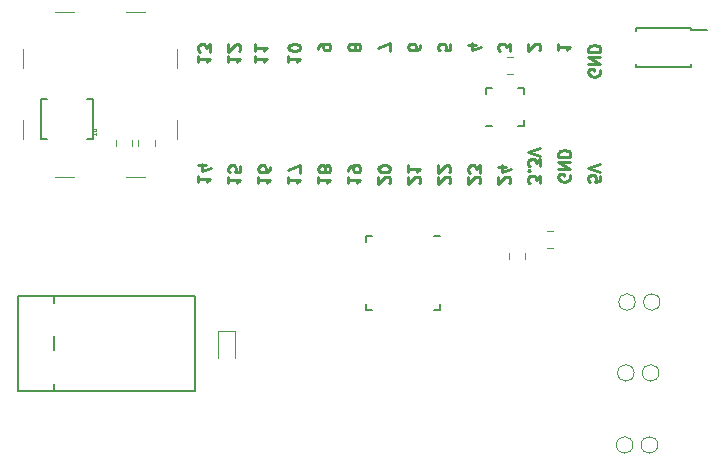
<source format=gbr>
G04 #@! TF.GenerationSoftware,KiCad,Pcbnew,5.1.3-ffb9f22~84~ubuntu18.04.1*
G04 #@! TF.CreationDate,2019-10-12T08:12:31-07:00*
G04 #@! TF.ProjectId,board,626f6172-642e-46b6-9963-61645f706362,rev?*
G04 #@! TF.SameCoordinates,Original*
G04 #@! TF.FileFunction,Legend,Bot*
G04 #@! TF.FilePolarity,Positive*
%FSLAX46Y46*%
G04 Gerber Fmt 4.6, Leading zero omitted, Abs format (unit mm)*
G04 Created by KiCad (PCBNEW 5.1.3-ffb9f22~84~ubuntu18.04.1) date 2019-10-12 08:12:31*
%MOMM*%
%LPD*%
G04 APERTURE LIST*
%ADD10C,0.250000*%
%ADD11C,0.120000*%
%ADD12C,0.150000*%
%ADD13C,0.152400*%
%ADD14C,0.050000*%
G04 APERTURE END LIST*
D10*
X142390000Y-105536904D02*
X142437619Y-105632142D01*
X142437619Y-105775000D01*
X142390000Y-105917857D01*
X142294761Y-106013095D01*
X142199523Y-106060714D01*
X142009047Y-106108333D01*
X141866190Y-106108333D01*
X141675714Y-106060714D01*
X141580476Y-106013095D01*
X141485238Y-105917857D01*
X141437619Y-105775000D01*
X141437619Y-105679761D01*
X141485238Y-105536904D01*
X141532857Y-105489285D01*
X141866190Y-105489285D01*
X141866190Y-105679761D01*
X141437619Y-105060714D02*
X142437619Y-105060714D01*
X141437619Y-104489285D01*
X142437619Y-104489285D01*
X141437619Y-104013095D02*
X142437619Y-104013095D01*
X142437619Y-103775000D01*
X142390000Y-103632142D01*
X142294761Y-103536904D01*
X142199523Y-103489285D01*
X142009047Y-103441666D01*
X141866190Y-103441666D01*
X141675714Y-103489285D01*
X141580476Y-103536904D01*
X141485238Y-103632142D01*
X141437619Y-103775000D01*
X141437619Y-104013095D01*
X142437619Y-114490476D02*
X142437619Y-114966666D01*
X141961428Y-115014285D01*
X142009047Y-114966666D01*
X142056666Y-114871428D01*
X142056666Y-114633333D01*
X142009047Y-114538095D01*
X141961428Y-114490476D01*
X141866190Y-114442857D01*
X141628095Y-114442857D01*
X141532857Y-114490476D01*
X141485238Y-114538095D01*
X141437619Y-114633333D01*
X141437619Y-114871428D01*
X141485238Y-114966666D01*
X141532857Y-115014285D01*
X142437619Y-114157142D02*
X141437619Y-113823809D01*
X142437619Y-113490476D01*
X139850000Y-114426904D02*
X139897619Y-114522142D01*
X139897619Y-114665000D01*
X139850000Y-114807857D01*
X139754761Y-114903095D01*
X139659523Y-114950714D01*
X139469047Y-114998333D01*
X139326190Y-114998333D01*
X139135714Y-114950714D01*
X139040476Y-114903095D01*
X138945238Y-114807857D01*
X138897619Y-114665000D01*
X138897619Y-114569761D01*
X138945238Y-114426904D01*
X138992857Y-114379285D01*
X139326190Y-114379285D01*
X139326190Y-114569761D01*
X138897619Y-113950714D02*
X139897619Y-113950714D01*
X138897619Y-113379285D01*
X139897619Y-113379285D01*
X138897619Y-112903095D02*
X139897619Y-112903095D01*
X139897619Y-112665000D01*
X139850000Y-112522142D01*
X139754761Y-112426904D01*
X139659523Y-112379285D01*
X139469047Y-112331666D01*
X139326190Y-112331666D01*
X139135714Y-112379285D01*
X139040476Y-112426904D01*
X138945238Y-112522142D01*
X138897619Y-112665000D01*
X138897619Y-112903095D01*
X137357619Y-115141190D02*
X137357619Y-114522142D01*
X136976666Y-114855476D01*
X136976666Y-114712619D01*
X136929047Y-114617380D01*
X136881428Y-114569761D01*
X136786190Y-114522142D01*
X136548095Y-114522142D01*
X136452857Y-114569761D01*
X136405238Y-114617380D01*
X136357619Y-114712619D01*
X136357619Y-114998333D01*
X136405238Y-115093571D01*
X136452857Y-115141190D01*
X136452857Y-114093571D02*
X136405238Y-114045952D01*
X136357619Y-114093571D01*
X136405238Y-114141190D01*
X136452857Y-114093571D01*
X136357619Y-114093571D01*
X137357619Y-113712619D02*
X137357619Y-113093571D01*
X136976666Y-113426904D01*
X136976666Y-113284047D01*
X136929047Y-113188809D01*
X136881428Y-113141190D01*
X136786190Y-113093571D01*
X136548095Y-113093571D01*
X136452857Y-113141190D01*
X136405238Y-113188809D01*
X136357619Y-113284047D01*
X136357619Y-113569761D01*
X136405238Y-113665000D01*
X136452857Y-113712619D01*
X137357619Y-112807857D02*
X136357619Y-112474523D01*
X137357619Y-112141190D01*
X134722380Y-115156904D02*
X134770000Y-115109285D01*
X134817619Y-115014047D01*
X134817619Y-114775952D01*
X134770000Y-114680714D01*
X134722380Y-114633095D01*
X134627142Y-114585476D01*
X134531904Y-114585476D01*
X134389047Y-114633095D01*
X133817619Y-115204523D01*
X133817619Y-114585476D01*
X134484285Y-113728333D02*
X133817619Y-113728333D01*
X134865238Y-113966428D02*
X134150952Y-114204523D01*
X134150952Y-113585476D01*
X132182380Y-115156904D02*
X132230000Y-115109285D01*
X132277619Y-115014047D01*
X132277619Y-114775952D01*
X132230000Y-114680714D01*
X132182380Y-114633095D01*
X132087142Y-114585476D01*
X131991904Y-114585476D01*
X131849047Y-114633095D01*
X131277619Y-115204523D01*
X131277619Y-114585476D01*
X132277619Y-114252142D02*
X132277619Y-113633095D01*
X131896666Y-113966428D01*
X131896666Y-113823571D01*
X131849047Y-113728333D01*
X131801428Y-113680714D01*
X131706190Y-113633095D01*
X131468095Y-113633095D01*
X131372857Y-113680714D01*
X131325238Y-113728333D01*
X131277619Y-113823571D01*
X131277619Y-114109285D01*
X131325238Y-114204523D01*
X131372857Y-114252142D01*
X129642380Y-115156904D02*
X129690000Y-115109285D01*
X129737619Y-115014047D01*
X129737619Y-114775952D01*
X129690000Y-114680714D01*
X129642380Y-114633095D01*
X129547142Y-114585476D01*
X129451904Y-114585476D01*
X129309047Y-114633095D01*
X128737619Y-115204523D01*
X128737619Y-114585476D01*
X129642380Y-114204523D02*
X129690000Y-114156904D01*
X129737619Y-114061666D01*
X129737619Y-113823571D01*
X129690000Y-113728333D01*
X129642380Y-113680714D01*
X129547142Y-113633095D01*
X129451904Y-113633095D01*
X129309047Y-113680714D01*
X128737619Y-114252142D01*
X128737619Y-113633095D01*
X127102380Y-115156904D02*
X127150000Y-115109285D01*
X127197619Y-115014047D01*
X127197619Y-114775952D01*
X127150000Y-114680714D01*
X127102380Y-114633095D01*
X127007142Y-114585476D01*
X126911904Y-114585476D01*
X126769047Y-114633095D01*
X126197619Y-115204523D01*
X126197619Y-114585476D01*
X126197619Y-113633095D02*
X126197619Y-114204523D01*
X126197619Y-113918809D02*
X127197619Y-113918809D01*
X127054761Y-114014047D01*
X126959523Y-114109285D01*
X126911904Y-114204523D01*
X124562380Y-115156904D02*
X124610000Y-115109285D01*
X124657619Y-115014047D01*
X124657619Y-114775952D01*
X124610000Y-114680714D01*
X124562380Y-114633095D01*
X124467142Y-114585476D01*
X124371904Y-114585476D01*
X124229047Y-114633095D01*
X123657619Y-115204523D01*
X123657619Y-114585476D01*
X124657619Y-113966428D02*
X124657619Y-113871190D01*
X124610000Y-113775952D01*
X124562380Y-113728333D01*
X124467142Y-113680714D01*
X124276666Y-113633095D01*
X124038571Y-113633095D01*
X123848095Y-113680714D01*
X123752857Y-113728333D01*
X123705238Y-113775952D01*
X123657619Y-113871190D01*
X123657619Y-113966428D01*
X123705238Y-114061666D01*
X123752857Y-114109285D01*
X123848095Y-114156904D01*
X124038571Y-114204523D01*
X124276666Y-114204523D01*
X124467142Y-114156904D01*
X124562380Y-114109285D01*
X124610000Y-114061666D01*
X124657619Y-113966428D01*
X121117619Y-114585476D02*
X121117619Y-115156904D01*
X121117619Y-114871190D02*
X122117619Y-114871190D01*
X121974761Y-114966428D01*
X121879523Y-115061666D01*
X121831904Y-115156904D01*
X121117619Y-114109285D02*
X121117619Y-113918809D01*
X121165238Y-113823571D01*
X121212857Y-113775952D01*
X121355714Y-113680714D01*
X121546190Y-113633095D01*
X121927142Y-113633095D01*
X122022380Y-113680714D01*
X122070000Y-113728333D01*
X122117619Y-113823571D01*
X122117619Y-114014047D01*
X122070000Y-114109285D01*
X122022380Y-114156904D01*
X121927142Y-114204523D01*
X121689047Y-114204523D01*
X121593809Y-114156904D01*
X121546190Y-114109285D01*
X121498571Y-114014047D01*
X121498571Y-113823571D01*
X121546190Y-113728333D01*
X121593809Y-113680714D01*
X121689047Y-113633095D01*
X118577619Y-114585476D02*
X118577619Y-115156904D01*
X118577619Y-114871190D02*
X119577619Y-114871190D01*
X119434761Y-114966428D01*
X119339523Y-115061666D01*
X119291904Y-115156904D01*
X119149047Y-114014047D02*
X119196666Y-114109285D01*
X119244285Y-114156904D01*
X119339523Y-114204523D01*
X119387142Y-114204523D01*
X119482380Y-114156904D01*
X119530000Y-114109285D01*
X119577619Y-114014047D01*
X119577619Y-113823571D01*
X119530000Y-113728333D01*
X119482380Y-113680714D01*
X119387142Y-113633095D01*
X119339523Y-113633095D01*
X119244285Y-113680714D01*
X119196666Y-113728333D01*
X119149047Y-113823571D01*
X119149047Y-114014047D01*
X119101428Y-114109285D01*
X119053809Y-114156904D01*
X118958571Y-114204523D01*
X118768095Y-114204523D01*
X118672857Y-114156904D01*
X118625238Y-114109285D01*
X118577619Y-114014047D01*
X118577619Y-113823571D01*
X118625238Y-113728333D01*
X118672857Y-113680714D01*
X118768095Y-113633095D01*
X118958571Y-113633095D01*
X119053809Y-113680714D01*
X119101428Y-113728333D01*
X119149047Y-113823571D01*
X116037619Y-114585476D02*
X116037619Y-115156904D01*
X116037619Y-114871190D02*
X117037619Y-114871190D01*
X116894761Y-114966428D01*
X116799523Y-115061666D01*
X116751904Y-115156904D01*
X117037619Y-114252142D02*
X117037619Y-113585476D01*
X116037619Y-114014047D01*
X113497619Y-114585476D02*
X113497619Y-115156904D01*
X113497619Y-114871190D02*
X114497619Y-114871190D01*
X114354761Y-114966428D01*
X114259523Y-115061666D01*
X114211904Y-115156904D01*
X114497619Y-113728333D02*
X114497619Y-113918809D01*
X114450000Y-114014047D01*
X114402380Y-114061666D01*
X114259523Y-114156904D01*
X114069047Y-114204523D01*
X113688095Y-114204523D01*
X113592857Y-114156904D01*
X113545238Y-114109285D01*
X113497619Y-114014047D01*
X113497619Y-113823571D01*
X113545238Y-113728333D01*
X113592857Y-113680714D01*
X113688095Y-113633095D01*
X113926190Y-113633095D01*
X114021428Y-113680714D01*
X114069047Y-113728333D01*
X114116666Y-113823571D01*
X114116666Y-114014047D01*
X114069047Y-114109285D01*
X114021428Y-114156904D01*
X113926190Y-114204523D01*
X110957619Y-114585476D02*
X110957619Y-115156904D01*
X110957619Y-114871190D02*
X111957619Y-114871190D01*
X111814761Y-114966428D01*
X111719523Y-115061666D01*
X111671904Y-115156904D01*
X111957619Y-113680714D02*
X111957619Y-114156904D01*
X111481428Y-114204523D01*
X111529047Y-114156904D01*
X111576666Y-114061666D01*
X111576666Y-113823571D01*
X111529047Y-113728333D01*
X111481428Y-113680714D01*
X111386190Y-113633095D01*
X111148095Y-113633095D01*
X111052857Y-113680714D01*
X111005238Y-113728333D01*
X110957619Y-113823571D01*
X110957619Y-114061666D01*
X111005238Y-114156904D01*
X111052857Y-114204523D01*
X108417619Y-114490476D02*
X108417619Y-115061904D01*
X108417619Y-114776190D02*
X109417619Y-114776190D01*
X109274761Y-114871428D01*
X109179523Y-114966666D01*
X109131904Y-115061904D01*
X109084285Y-113633333D02*
X108417619Y-113633333D01*
X109465238Y-113871428D02*
X108750952Y-114109523D01*
X108750952Y-113490476D01*
X108417619Y-104330476D02*
X108417619Y-104901904D01*
X108417619Y-104616190D02*
X109417619Y-104616190D01*
X109274761Y-104711428D01*
X109179523Y-104806666D01*
X109131904Y-104901904D01*
X109417619Y-103997142D02*
X109417619Y-103378095D01*
X109036666Y-103711428D01*
X109036666Y-103568571D01*
X108989047Y-103473333D01*
X108941428Y-103425714D01*
X108846190Y-103378095D01*
X108608095Y-103378095D01*
X108512857Y-103425714D01*
X108465238Y-103473333D01*
X108417619Y-103568571D01*
X108417619Y-103854285D01*
X108465238Y-103949523D01*
X108512857Y-103997142D01*
X110957619Y-104330476D02*
X110957619Y-104901904D01*
X110957619Y-104616190D02*
X111957619Y-104616190D01*
X111814761Y-104711428D01*
X111719523Y-104806666D01*
X111671904Y-104901904D01*
X111862380Y-103949523D02*
X111910000Y-103901904D01*
X111957619Y-103806666D01*
X111957619Y-103568571D01*
X111910000Y-103473333D01*
X111862380Y-103425714D01*
X111767142Y-103378095D01*
X111671904Y-103378095D01*
X111529047Y-103425714D01*
X110957619Y-103997142D01*
X110957619Y-103378095D01*
X113212619Y-104330476D02*
X113212619Y-104901904D01*
X113212619Y-104616190D02*
X114212619Y-104616190D01*
X114069761Y-104711428D01*
X113974523Y-104806666D01*
X113926904Y-104901904D01*
X113212619Y-103378095D02*
X113212619Y-103949523D01*
X113212619Y-103663809D02*
X114212619Y-103663809D01*
X114069761Y-103759047D01*
X113974523Y-103854285D01*
X113926904Y-103949523D01*
X116037619Y-104330476D02*
X116037619Y-104901904D01*
X116037619Y-104616190D02*
X117037619Y-104616190D01*
X116894761Y-104711428D01*
X116799523Y-104806666D01*
X116751904Y-104901904D01*
X117037619Y-103711428D02*
X117037619Y-103616190D01*
X116990000Y-103520952D01*
X116942380Y-103473333D01*
X116847142Y-103425714D01*
X116656666Y-103378095D01*
X116418571Y-103378095D01*
X116228095Y-103425714D01*
X116132857Y-103473333D01*
X116085238Y-103520952D01*
X116037619Y-103616190D01*
X116037619Y-103711428D01*
X116085238Y-103806666D01*
X116132857Y-103854285D01*
X116228095Y-103901904D01*
X116418571Y-103949523D01*
X116656666Y-103949523D01*
X116847142Y-103901904D01*
X116942380Y-103854285D01*
X116990000Y-103806666D01*
X117037619Y-103711428D01*
X118577619Y-103790476D02*
X118577619Y-103600000D01*
X118625238Y-103504761D01*
X118672857Y-103457142D01*
X118815714Y-103361904D01*
X119006190Y-103314285D01*
X119387142Y-103314285D01*
X119482380Y-103361904D01*
X119530000Y-103409523D01*
X119577619Y-103504761D01*
X119577619Y-103695238D01*
X119530000Y-103790476D01*
X119482380Y-103838095D01*
X119387142Y-103885714D01*
X119149047Y-103885714D01*
X119053809Y-103838095D01*
X119006190Y-103790476D01*
X118958571Y-103695238D01*
X118958571Y-103504761D01*
X119006190Y-103409523D01*
X119053809Y-103361904D01*
X119149047Y-103314285D01*
X121689047Y-103695238D02*
X121736666Y-103790476D01*
X121784285Y-103838095D01*
X121879523Y-103885714D01*
X121927142Y-103885714D01*
X122022380Y-103838095D01*
X122070000Y-103790476D01*
X122117619Y-103695238D01*
X122117619Y-103504761D01*
X122070000Y-103409523D01*
X122022380Y-103361904D01*
X121927142Y-103314285D01*
X121879523Y-103314285D01*
X121784285Y-103361904D01*
X121736666Y-103409523D01*
X121689047Y-103504761D01*
X121689047Y-103695238D01*
X121641428Y-103790476D01*
X121593809Y-103838095D01*
X121498571Y-103885714D01*
X121308095Y-103885714D01*
X121212857Y-103838095D01*
X121165238Y-103790476D01*
X121117619Y-103695238D01*
X121117619Y-103504761D01*
X121165238Y-103409523D01*
X121212857Y-103361904D01*
X121308095Y-103314285D01*
X121498571Y-103314285D01*
X121593809Y-103361904D01*
X121641428Y-103409523D01*
X121689047Y-103504761D01*
X124657619Y-103933333D02*
X124657619Y-103266666D01*
X123657619Y-103695238D01*
X127197619Y-103409523D02*
X127197619Y-103600000D01*
X127150000Y-103695238D01*
X127102380Y-103742857D01*
X126959523Y-103838095D01*
X126769047Y-103885714D01*
X126388095Y-103885714D01*
X126292857Y-103838095D01*
X126245238Y-103790476D01*
X126197619Y-103695238D01*
X126197619Y-103504761D01*
X126245238Y-103409523D01*
X126292857Y-103361904D01*
X126388095Y-103314285D01*
X126626190Y-103314285D01*
X126721428Y-103361904D01*
X126769047Y-103409523D01*
X126816666Y-103504761D01*
X126816666Y-103695238D01*
X126769047Y-103790476D01*
X126721428Y-103838095D01*
X126626190Y-103885714D01*
X129737619Y-103361904D02*
X129737619Y-103838095D01*
X129261428Y-103885714D01*
X129309047Y-103838095D01*
X129356666Y-103742857D01*
X129356666Y-103504761D01*
X129309047Y-103409523D01*
X129261428Y-103361904D01*
X129166190Y-103314285D01*
X128928095Y-103314285D01*
X128832857Y-103361904D01*
X128785238Y-103409523D01*
X128737619Y-103504761D01*
X128737619Y-103742857D01*
X128785238Y-103838095D01*
X128832857Y-103885714D01*
X131944285Y-103409523D02*
X131277619Y-103409523D01*
X132325238Y-103647619D02*
X131610952Y-103885714D01*
X131610952Y-103266666D01*
X134817619Y-103933333D02*
X134817619Y-103314285D01*
X134436666Y-103647619D01*
X134436666Y-103504761D01*
X134389047Y-103409523D01*
X134341428Y-103361904D01*
X134246190Y-103314285D01*
X134008095Y-103314285D01*
X133912857Y-103361904D01*
X133865238Y-103409523D01*
X133817619Y-103504761D01*
X133817619Y-103790476D01*
X133865238Y-103885714D01*
X133912857Y-103933333D01*
X137262380Y-103885714D02*
X137310000Y-103838095D01*
X137357619Y-103742857D01*
X137357619Y-103504761D01*
X137310000Y-103409523D01*
X137262380Y-103361904D01*
X137167142Y-103314285D01*
X137071904Y-103314285D01*
X136929047Y-103361904D01*
X136357619Y-103933333D01*
X136357619Y-103314285D01*
X138897619Y-103314285D02*
X138897619Y-103885714D01*
X138897619Y-103600000D02*
X139897619Y-103600000D01*
X139754761Y-103695238D01*
X139659523Y-103790476D01*
X139611904Y-103885714D01*
D11*
X103303000Y-112018578D02*
X103303000Y-111501422D01*
X104723000Y-112018578D02*
X104723000Y-111501422D01*
X101398000Y-112018578D02*
X101398000Y-111501422D01*
X102818000Y-112018578D02*
X102818000Y-111501422D01*
X134672000Y-121543578D02*
X134672000Y-121026422D01*
X136092000Y-121543578D02*
X136092000Y-121026422D01*
D12*
X122564000Y-119571000D02*
X123089000Y-119571000D01*
X122564000Y-125871000D02*
X123089000Y-125871000D01*
X128864000Y-125871000D02*
X128339000Y-125871000D01*
X128864000Y-119571000D02*
X128339000Y-119571000D01*
X122564000Y-125871000D02*
X122564000Y-125346000D01*
X128864000Y-125871000D02*
X128864000Y-125346000D01*
X122564000Y-119571000D02*
X122564000Y-120096000D01*
D11*
X137917422Y-119178000D02*
X138434578Y-119178000D01*
X137917422Y-120598000D02*
X138434578Y-120598000D01*
D12*
X150121200Y-102033800D02*
X150121200Y-102133800D01*
X145471200Y-102033800D02*
X145471200Y-102233800D01*
X145471200Y-105283800D02*
X145471200Y-105083800D01*
X150121200Y-105283800D02*
X150121200Y-105083800D01*
X150121200Y-102033800D02*
X145471200Y-102033800D01*
X150121200Y-105283800D02*
X145471200Y-105283800D01*
X150121200Y-102133800D02*
X151471200Y-102133800D01*
D13*
X99009200Y-108051600D02*
X99466400Y-108051600D01*
X95554800Y-111404400D02*
X95097600Y-111404400D01*
X95097600Y-111404400D02*
X95097600Y-108051600D01*
X95097600Y-108051600D02*
X95554800Y-108051600D01*
X99466400Y-108051600D02*
X99466400Y-111404400D01*
X99466400Y-111404400D02*
X99009200Y-111404400D01*
D11*
X134541422Y-105910000D02*
X135058578Y-105910000D01*
X134541422Y-104490000D02*
X135058578Y-104490000D01*
D12*
X136000001Y-110299999D02*
X136000001Y-109799999D01*
X132750001Y-107049999D02*
X132750001Y-107549999D01*
X136000001Y-107049999D02*
X136000001Y-107549999D01*
X132750001Y-110299999D02*
X133250001Y-110299999D01*
X132750001Y-107049999D02*
X133250001Y-107049999D01*
X136000001Y-107049999D02*
X135500001Y-107049999D01*
X136000001Y-110299999D02*
X135500001Y-110299999D01*
D11*
X111535000Y-127615000D02*
X111535000Y-129900000D01*
X110065000Y-127615000D02*
X111535000Y-127615000D01*
X110065000Y-129900000D02*
X110065000Y-127615000D01*
D12*
X108150000Y-132700000D02*
X93150000Y-132700000D01*
X108150000Y-124700000D02*
X108150000Y-132700000D01*
X93150000Y-124700000D02*
X108150000Y-124700000D01*
X93150000Y-132700000D02*
X93150000Y-124700000D01*
X96150000Y-124700000D02*
X96150000Y-125300000D01*
X96150000Y-128100000D02*
X96150000Y-129300000D01*
X96150000Y-132700000D02*
X96150000Y-132100000D01*
D11*
X145400000Y-125200000D02*
G75*
G03X145400000Y-125200000I-700000J0D01*
G01*
X147500000Y-125200000D02*
G75*
G03X147500000Y-125200000I-700000J0D01*
G01*
X145300000Y-131200000D02*
G75*
G03X145300000Y-131200000I-700000J0D01*
G01*
X147400000Y-131200000D02*
G75*
G03X147400000Y-131200000I-700000J0D01*
G01*
X145200000Y-137300000D02*
G75*
G03X145200000Y-137300000I-700000J0D01*
G01*
X147300000Y-137300000D02*
G75*
G03X147300000Y-137300000I-700000J0D01*
G01*
X96300000Y-114580000D02*
X97900000Y-114580000D01*
X96300000Y-100620000D02*
X97900000Y-100620000D01*
X102300000Y-114580000D02*
X103900000Y-114580000D01*
X102300000Y-100620000D02*
X103900000Y-100620000D01*
X93600000Y-111400000D02*
X93600000Y-109800000D01*
X106600000Y-111400000D02*
X106600000Y-109800000D01*
X93600000Y-105400000D02*
X93600000Y-103800000D01*
X106600000Y-105400000D02*
X106600000Y-103800000D01*
D14*
X99411921Y-110542229D02*
X99666889Y-110542229D01*
X99696886Y-110557227D01*
X99711884Y-110572226D01*
X99726882Y-110602222D01*
X99726882Y-110662214D01*
X99711884Y-110692211D01*
X99696886Y-110707209D01*
X99666889Y-110722207D01*
X99411921Y-110722207D01*
X99726882Y-111037168D02*
X99726882Y-110857190D01*
X99726882Y-110947179D02*
X99411921Y-110947179D01*
X99456915Y-110917183D01*
X99486912Y-110887187D01*
X99501910Y-110857190D01*
M02*

</source>
